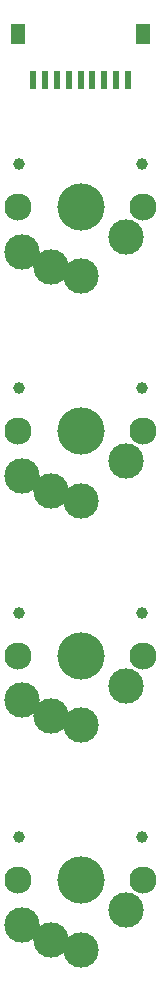
<source format=gts>
G04 #@! TF.GenerationSoftware,KiCad,Pcbnew,7.0.8*
G04 #@! TF.CreationDate,2023-10-16T23:50:01-07:00*
G04 #@! TF.ProjectId,Seismos_4-Key,53656973-6d6f-4735-9f34-2d4b65792e6b,rev?*
G04 #@! TF.SameCoordinates,Original*
G04 #@! TF.FileFunction,Soldermask,Top*
G04 #@! TF.FilePolarity,Negative*
%FSLAX46Y46*%
G04 Gerber Fmt 4.6, Leading zero omitted, Abs format (unit mm)*
G04 Created by KiCad (PCBNEW 7.0.8) date 2023-10-16 23:50:01*
%MOMM*%
%LPD*%
G01*
G04 APERTURE LIST*
%ADD10C,2.300000*%
%ADD11C,1.000000*%
%ADD12C,3.000000*%
%ADD13C,4.000000*%
%ADD14R,0.600000X1.550000*%
%ADD15R,1.200000X1.800000*%
G04 APERTURE END LIST*
D10*
X41700000Y-60000000D03*
D11*
X41780000Y-56384200D03*
D12*
X42000000Y-63800000D03*
X44460000Y-65080000D03*
D13*
X47000000Y-60000000D03*
D12*
X47000000Y-65900000D03*
X50810000Y-62540000D03*
D11*
X52220000Y-56384200D03*
D10*
X52300000Y-60000000D03*
X41700000Y-41000000D03*
D11*
X41780000Y-37384200D03*
D12*
X42000000Y-44800000D03*
X44460000Y-46080000D03*
D13*
X47000000Y-41000000D03*
D12*
X47000000Y-46900000D03*
X50810000Y-43540000D03*
D11*
X52220000Y-37384200D03*
D10*
X52300000Y-41000000D03*
X41700000Y-79000000D03*
D11*
X41780000Y-75384200D03*
D12*
X42000000Y-82800000D03*
X44460000Y-84080000D03*
D13*
X47000000Y-79000000D03*
D12*
X47000000Y-84900000D03*
X50810000Y-81540000D03*
D11*
X52220000Y-75384200D03*
D10*
X52300000Y-79000000D03*
X41700000Y-98000000D03*
D11*
X41780000Y-94384200D03*
D12*
X42000000Y-101800000D03*
X44460000Y-103080000D03*
D13*
X47000000Y-98000000D03*
D12*
X47000000Y-103900000D03*
X50810000Y-100540000D03*
D11*
X52220000Y-94384200D03*
D10*
X52300000Y-98000000D03*
D14*
X51000000Y-30275000D03*
X50000000Y-30275000D03*
X49000000Y-30275000D03*
X48000000Y-30275000D03*
X47000000Y-30275000D03*
X46000000Y-30275000D03*
X45000000Y-30275000D03*
X44000000Y-30275000D03*
X43000000Y-30275000D03*
D15*
X52300000Y-26400000D03*
X41700000Y-26400000D03*
M02*

</source>
